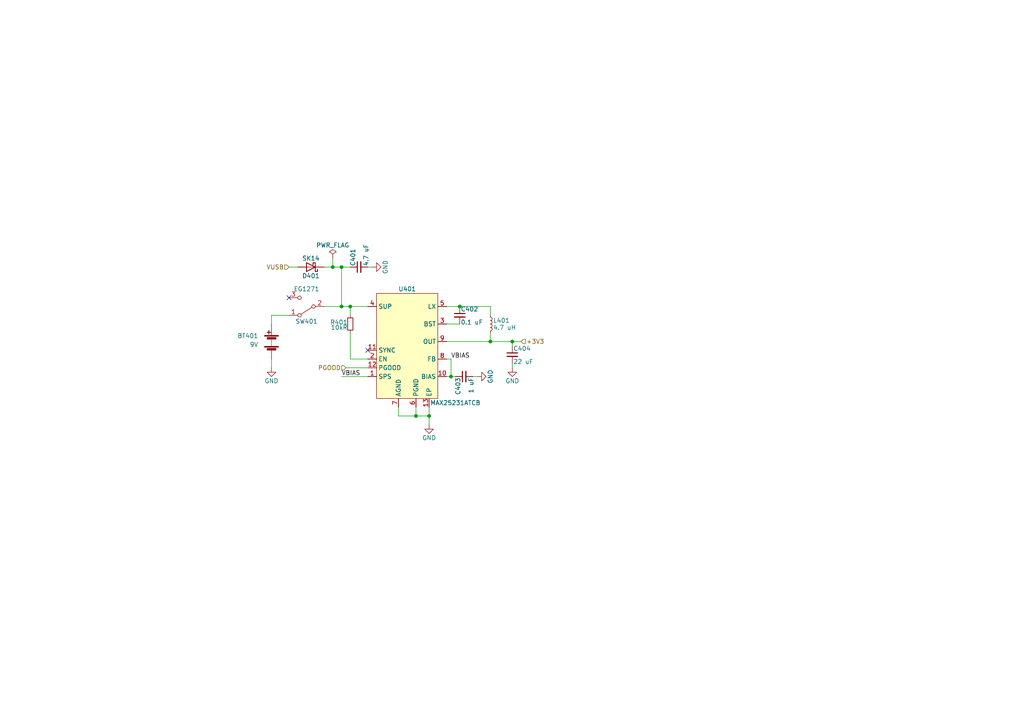
<source format=kicad_sch>
(kicad_sch (version 20211123) (generator eeschema)
  (paper "A4")
  (lib_symbols
    (symbol "Device:Battery" (pin_numbers hide) (pin_names (offset 0) hide)
      (property "Reference" "BT" (at 2.54 2.54 0))
      (property "Value" "Battery" (at 2.54 0 0))
      (symbol "Battery_0_1"
        (rectangle (start -2.032 -1.397) (end 2.032 -1.651) (fill (type outline)))
        (rectangle (start -2.032 1.778) (end 2.032 1.524) (fill (type outline)))
        (rectangle (start -1.3208 -1.9812) (end 1.27 -2.4892) (fill (type outline)))
        (rectangle (start -1.3208 1.1938) (end 1.27 0.6858) (fill (type outline)))
        (polyline (pts (xy 0 -1.524) (xy 0 -1.27)))
        (polyline (pts (xy 0 -1.016) (xy 0 -0.762)))
        (polyline (pts (xy 0 -0.508) (xy 0 -0.254)))
        (polyline (pts (xy 0 0) (xy 0 0.254)))
        (polyline (pts (xy 0 0.508) (xy 0 0.762)))
        (polyline (pts (xy 0 1.778) (xy 0 2.54)))
        (polyline (pts (xy 0.254 2.667) (xy 1.27 2.667)) (stroke (width 0.254)))
        (polyline (pts (xy 0.762 3.175) (xy 0.762 2.159)) (stroke (width 0.254)))
      )
      (symbol "Battery_1_1"
        (pin passive line (at 0 5.08 270) (length 2.54) (name "+") (number "1"))
        (pin passive line (at 0 -5.08 90) (length 2.54) (name "-") (number "2"))
      )
    )
    (symbol "Device:C_Small" (pin_numbers hide) (pin_names (offset 0.254) hide)
      (property "Reference" "C" (at 0.254 1.778 0))
      (property "Value" "C_Small" (at 0.254 -2.032 0))
      (symbol "C_Small_0_1"
        (polyline (pts (xy -1.524 -0.508) (xy 1.524 -0.508)) (stroke (width 0.3302)))
        (polyline (pts (xy -1.524 0.508) (xy 1.524 0.508)) (stroke (width 0.3048)))
      )
      (symbol "C_Small_1_1"
        (pin passive line (at 0 2.54 270) (length 2.032) (name "~") (number "1"))
        (pin passive line (at 0 -2.54 90) (length 2.032) (name "~") (number "2"))
      )
    )
    (symbol "Device:D_Schottky" (pin_numbers hide) (pin_names (offset 1.016) hide)
      (property "Reference" "D" (at 0 2.54 0))
      (property "Value" "D_Schottky" (at 0 -2.54 0))
      (symbol "D_Schottky_0_1"
        (polyline (pts (xy 1.27 0) (xy -1.27 0)))
        (polyline (pts (xy 1.27 1.27) (xy 1.27 -1.27) (xy -1.27 0) (xy 1.27 1.27)) (stroke (width 0.254)))
        (polyline (pts (xy -1.905 0.635) (xy -1.905 1.27) (xy -1.27 1.27) (xy -1.27 -1.27) (xy -0.635 -1.27) (xy -0.635 -0.635)) (stroke (width 0.254)))
      )
      (symbol "D_Schottky_1_1"
        (pin passive line (at -3.81 0 0) (length 2.54) (name "K") (number "1"))
        (pin passive line (at 3.81 0 180) (length 2.54) (name "A") (number "2"))
      )
    )
    (symbol "Device:L_Small" (pin_numbers hide) (pin_names (offset 0.254) hide)
      (property "Reference" "L" (at 0.762 1.016 0))
      (property "Value" "L_Small" (at 0.762 -1.016 0))
      (symbol "L_Small_0_1"
        (arc (start 0 -2.032) (mid 0.508 -1.524) (end 0 -1.016))
        (arc (start 0 -1.016) (mid 0.508 -0.508) (end 0 0))
        (arc (start 0 0) (mid 0.508 0.508) (end 0 1.016))
        (arc (start 0 1.016) (mid 0.508 1.524) (end 0 2.032))
      )
      (symbol "L_Small_1_1"
        (pin passive line (at 0 2.54 270) (length 0.508) (name "~") (number "1"))
        (pin passive line (at 0 -2.54 90) (length 0.508) (name "~") (number "2"))
      )
    )
    (symbol "Device:R_Small" (pin_numbers hide) (pin_names (offset 0.254) hide)
      (property "Reference" "R" (at 0.762 0.508 0))
      (property "Value" "R_Small" (at 0.762 -1.016 0))
      (symbol "R_Small_0_1"
        (rectangle (start -0.762 1.778) (end 0.762 -1.778) (stroke (width 0.2032)))
      )
      (symbol "R_Small_1_1"
        (pin passive line (at 0 2.54 270) (length 0.762) (name "~") (number "1"))
        (pin passive line (at 0 -2.54 90) (length 0.762) (name "~") (number "2"))
      )
    )
    (symbol "Switch:SW_SPDT" (pin_names (offset 0) hide)
      (property "Reference" "SW" (at 0 4.318 0))
      (property "Value" "SW_SPDT" (at 0 -5.08 0))
      (symbol "SW_SPDT_0_0"
        (circle (center -2.032 0) (radius 0.508))
        (circle (center 2.032 -2.54) (radius 0.508))
      )
      (symbol "SW_SPDT_0_1"
        (polyline (pts (xy -1.524 0.254) (xy 1.651 2.286)))
        (circle (center 2.032 2.54) (radius 0.508))
      )
      (symbol "SW_SPDT_1_1"
        (pin passive line (at 5.08 2.54 180) (length 2.54) (name "A") (number "1"))
        (pin passive line (at -5.08 0 0) (length 2.54) (name "B") (number "2"))
        (pin passive line (at 5.08 -2.54 180) (length 2.54) (name "C") (number "3"))
      )
    )
    (symbol "parts:MAX25231ATCB"
      (property "Reference" "U" (at 0 5.08 0))
      (property "Value" "MAX25231ATCB" (at 13.97 -27.94 0))
      (symbol "MAX25231ATCB_0_1"
        (rectangle (start -8.89 3.81) (end 8.89 -26.67) (fill (type background)))
      )
      (symbol "MAX25231ATCB_1_1"
        (pin input line (at -11.43 -20.32 0) (length 2.54) (name "SPS") (number "1"))
        (pin power_out line (at 11.43 -20.32 180) (length 2.54) (name "BIAS") (number "10"))
        (pin input line (at -11.43 -12.7 0) (length 2.54) (name "SYNC") (number "11"))
        (pin open_collector line (at -11.43 -17.78 0) (length 2.54) (name "PGOOD") (number "12"))
        (pin passive line (at 6.35 -29.21 90) (length 2.54) (name "EP") (number "13"))
        (pin input line (at -11.43 -15.24 0) (length 2.54) (name "EN") (number "2"))
        (pin input line (at 11.43 -5.08 180) (length 2.54) (name "BST") (number "3"))
        (pin power_in line (at -11.43 0 0) (length 2.54) (name "SUP") (number "4"))
        (pin power_out line (at 11.43 0 180) (length 2.54) (name "LX") (number "5"))
        (pin power_in line (at 2.54 -29.21 90) (length 2.54) (name "PGND") (number "6"))
        (pin power_in line (at -2.54 -29.21 90) (length 2.54) (name "AGND") (number "7"))
        (pin input line (at 11.43 -15.24 180) (length 2.54) (name "FB") (number "8"))
        (pin input line (at 11.43 -10.16 180) (length 2.54) (name "OUT") (number "9"))
      )
    )
    (symbol "power:GND" (power) (pin_names (offset 0))
      (property "Value" "GND" (at 0 -3.81 0))
      (symbol "GND_0_1"
        (polyline (pts (xy 0 0) (xy 0 -1.27) (xy 1.27 -1.27) (xy 0 -2.54) (xy -1.27 -1.27) (xy 0 -1.27)))
      )
      (symbol "GND_1_1"
        (pin power_in line (at 0 0 270) (length 0) hide (name "GND") (number "1"))
      )
    )
    (symbol "power:PWR_FLAG" (power) (pin_numbers hide) (pin_names (offset 0) hide)
      (property "Value" "PWR_FLAG" (at 0 3.81 0))
      (symbol "PWR_FLAG_0_0"
        (pin power_out line (at 0 0 90) (length 0) (name "pwr") (number "1"))
      )
      (symbol "PWR_FLAG_0_1"
        (polyline (pts (xy 0 0) (xy 0 1.27) (xy -1.016 1.905) (xy 0 2.54) (xy 1.016 1.905) (xy 0 1.27)))
      )
    )
  )
  (junction (at 142.24 99.06))
  (junction (at 120.65 120.65))
  (junction (at 133.35 88.9))
  (junction (at 148.59 99.06))
  (junction (at 99.06 88.9))
  (junction (at 101.6 88.9))
  (junction (at 99.06 77.47))
  (junction (at 130.81 109.22))
  (junction (at 124.46 120.65))
  (junction (at 96.52 77.47))
  (no_connect (at 106.68 101.6))
  (no_connect (at 83.82 86.36))
  (wire (pts (xy 83.82 77.47) (xy 86.36 77.47)))
  (wire (pts (xy 130.81 109.22) (xy 132.08 109.22)))
  (wire (pts (xy 129.54 104.14) (xy 130.81 104.14)))
  (wire (pts (xy 99.06 88.9) (xy 101.6 88.9)))
  (wire (pts (xy 115.57 120.65) (xy 120.65 120.65)))
  (wire (pts (xy 142.24 88.9) (xy 142.24 91.44)))
  (wire (pts (xy 129.54 93.98) (xy 133.35 93.98)))
  (wire (pts (xy 101.6 88.9) (xy 101.6 91.44)))
  (wire (pts (xy 106.68 77.47) (xy 107.95 77.47)))
  (wire (pts (xy 142.24 99.06) (xy 142.24 96.52)))
  (wire (pts (xy 137.16 109.22) (xy 138.43 109.22)))
  (wire (pts (xy 129.54 99.06) (xy 142.24 99.06)))
  (wire (pts (xy 101.6 88.9) (xy 106.68 88.9)))
  (wire (pts (xy 101.6 96.52) (xy 101.6 104.14)))
  (wire (pts (xy 78.74 104.14) (xy 78.74 106.68)))
  (wire (pts (xy 101.6 104.14) (xy 106.68 104.14)))
  (wire (pts (xy 133.35 88.9) (xy 142.24 88.9)))
  (wire (pts (xy 99.06 77.47) (xy 99.06 88.9)))
  (wire (pts (xy 148.59 99.06) (xy 151.13 99.06)))
  (wire (pts (xy 99.06 88.9) (xy 93.98 88.9)))
  (wire (pts (xy 148.59 105.41) (xy 148.59 106.68)))
  (wire (pts (xy 100.33 106.68) (xy 106.68 106.68)))
  (wire (pts (xy 96.52 77.47) (xy 99.06 77.47)))
  (wire (pts (xy 129.54 109.22) (xy 130.81 109.22)))
  (wire (pts (xy 93.98 77.47) (xy 96.52 77.47)))
  (wire (pts (xy 120.65 118.11) (xy 120.65 120.65)))
  (wire (pts (xy 148.59 100.33) (xy 148.59 99.06)))
  (wire (pts (xy 78.74 91.44) (xy 83.82 91.44)))
  (wire (pts (xy 78.74 93.98) (xy 78.74 91.44)))
  (wire (pts (xy 124.46 120.65) (xy 124.46 123.19)))
  (wire (pts (xy 115.57 118.11) (xy 115.57 120.65)))
  (wire (pts (xy 96.52 74.93) (xy 96.52 77.47)))
  (wire (pts (xy 129.54 88.9) (xy 133.35 88.9)))
  (wire (pts (xy 99.06 109.22) (xy 106.68 109.22)))
  (wire (pts (xy 99.06 77.47) (xy 101.6 77.47)))
  (wire (pts (xy 124.46 120.65) (xy 124.46 118.11)))
  (wire (pts (xy 142.24 99.06) (xy 148.59 99.06)))
  (wire (pts (xy 130.81 104.14) (xy 130.81 109.22)))
  (wire (pts (xy 120.65 120.65) (xy 124.46 120.65)))
  (label "VBIAS" (at 99.06 109.22 0))
  (label "VBIAS" (at 130.81 104.14 0))
  (hierarchical_label "VUSB" (shape input) (at 83.82 77.47 180))
  (hierarchical_label "PGOOD" (shape input) (at 100.33 106.68 180))
  (hierarchical_label "+3V3" (shape input) (at 151.13 99.06 0))
  (symbol (lib_id "power:PWR_FLAG") (at 96.52 74.93 0) (unit 1)
    (property "Reference" "#FLG0401" (effects hide))
    (property "Value" "PWR_FLAG" (at 96.52 71.12 0))
  )
  (symbol (lib_id "power:GND") (at 124.46 123.19 0) (unit 1)
    (property "Reference" "#PWR0403" (effects hide))
    (property "Value" "GND" (at 124.46 127 0))
  )
  (symbol (lib_id "Switch:SW_SPDT") (at 88.9 88.9 180) (unit 1)
    (property "Reference" "SW401" (at 88.9 93.218 0))
    (property "Value" "EG1271" (at 88.9 83.82 0))
    (property "Footprint" "Button_Switch_THT:SW_E-Switch_EG1271_DPDT" (effects hide))
    (property "Digikey" "EG1918-ND" (effects hide))
  )
  (symbol (lib_id "power:GND") (at 148.59 106.68 0) (unit 1)
    (property "Reference" "#PWR0405" (effects hide))
    (property "Value" "GND" (at 148.59 110.49 0))
  )
  (symbol (lib_id "Device:C_Small") (at 133.35 91.44 0) (unit 1)
    (property "Reference" "C402" (at 133.604 89.662 0) (effects (justify left)))
    (property "Value" "0.1 uF" (at 133.604 93.472 0) (effects (justify left)))
    (property "Footprint" "Capacitor_SMD:C_0402_1005Metric" (effects hide))
    (property "Digikey" "1276-1043-1-ND" (effects hide))
  )
  (symbol (lib_id "Device:C_Small") (at 134.62 109.22 90) (mirror x) (unit 1)
    (property "Reference" "C403" (at 132.842 109.474 0) (effects (justify left)))
    (property "Value" "1 uF" (at 136.652 109.474 0) (effects (justify left)))
    (property "Footprint" "Capacitor_SMD:C_0603_1608Metric" (effects hide))
    (property "Digikey" "1276-1102-1-ND" (effects hide))
  )
  (symbol (lib_id "power:GND") (at 107.95 77.47 90) (unit 1)
    (property "Reference" "#PWR0402" (effects hide))
    (property "Value" "GND" (at 111.76 77.47 0))
  )
  (symbol (lib_id "Device:C_Small") (at 104.14 77.47 90) (unit 1)
    (property "Reference" "C401" (at 102.362 77.216 0) (effects (justify left)))
    (property "Value" "4.7 uF" (at 106.172 77.216 0) (effects (justify left)))
    (property "Footprint" "Capacitor_SMD:C_0603_1608Metric" (effects hide))
    (property "Digikey" "1276-1784-1-ND" (effects hide))
  )
  (symbol (lib_id "Device:L_Small") (at 142.24 93.98 0) (unit 1)
    (property "Reference" "L401" (at 143.002 92.964 0) (effects (justify left)))
    (property "Value" "4.7 uH" (at 143.002 94.996 0) (effects (justify left)))
    (property "Footprint" "Inductor_SMD:L_Taiyo-Yuden_NR-60xx_HandSoldering" (effects hide))
    (property "Digikey" "587-2100-2-ND" (effects hide))
  )
  (symbol (lib_id "Device:Battery") (at 78.74 99.06 0) (mirror y) (unit 1)
    (property "Reference" "BT401" (at 74.93 97.4089 0) (effects (justify left)))
    (property "Value" "9V" (at 74.93 99.9489 0) (effects (justify left)))
    (property "Footprint" "Connector_PinHeader_2.54mm:PinHeader_1x02_P2.54mm_Vertical" (effects hide))
    (property "Digikey" "NoPart" (effects hide))
  )
  (symbol (lib_id "Device:R_Small") (at 101.6 93.98 0) (mirror y) (unit 1)
    (property "Reference" "R401" (at 100.838 93.472 0) (effects (justify left)))
    (property "Value" "10kR" (at 100.838 94.996 0) (effects (justify left)))
    (property "Footprint" "Resistor_SMD:R_0402_1005Metric" (effects hide))
    (property "Digikey" "RMCF0402FT10K0CT-ND" (effects hide))
  )
  (symbol (lib_id "Device:C_Small") (at 148.59 102.87 0) (unit 1)
    (property "Reference" "C404" (at 148.844 101.092 0) (effects (justify left)))
    (property "Value" "22 uF" (at 148.844 104.902 0) (effects (justify left)))
    (property "Footprint" "Capacitor_SMD:C_0603_1608Metric" (effects hide))
    (property "Digikey" "1276-1274-1-ND" (effects hide))
  )
  (symbol (lib_id "parts:MAX25231ATCB") (at 118.11 88.9 0) (unit 1)
    (property "Reference" "U401" (at 118.11 83.82 0))
    (property "Value" "MAX25231ATCB" (at 132.08 116.84 0))
    (property "Footprint" "Package_DFN_QFN:DFN-12-1EP_3x3mm_P0.45mm_EP1.66x2.38mm" (effects hide))
  )
  (symbol (lib_id "Device:D_Schottky") (at 90.17 77.47 180) (unit 1)
    (property "Reference" "D401" (at 90.17 80.01 0))
    (property "Value" "SK14" (at 90.17 74.93 0))
    (property "Footprint" "Diode_SMD:D_SMA" (effects hide))
    (property "Digikey" "2616-SK14-ND" (effects hide))
  )
  (symbol (lib_id "power:GND") (at 138.43 109.22 90) (unit 1)
    (property "Reference" "#PWR0404" (effects hide))
    (property "Value" "GND" (at 142.24 109.22 0))
  )
  (symbol (lib_id "power:GND") (at 78.74 106.68 0) (unit 1)
    (property "Reference" "#PWR0401" (effects hide))
    (property "Value" "GND" (at 78.74 110.49 0))
  )
)
</source>
